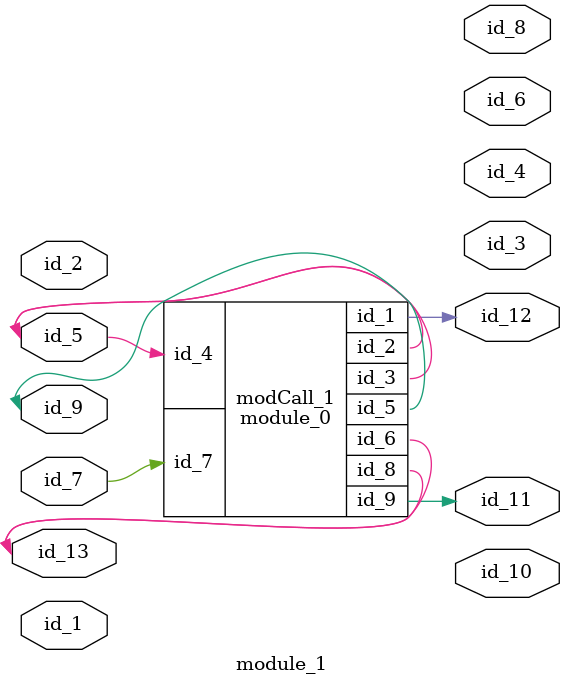
<source format=v>
module module_0 (
    id_1,
    id_2,
    id_3,
    id_4,
    id_5,
    id_6,
    id_7,
    id_8,
    id_9
);
  output wire id_9;
  output wire id_8;
  input wire id_7;
  output wire id_6;
  inout wire id_5;
  input wire id_4;
  inout wire id_3;
  inout wire id_2;
  output wire id_1;
  wire id_10;
  wand id_11 = -1;
endmodule
module module_1 (
    id_1,
    id_2,
    id_3,
    id_4,
    id_5,
    id_6,
    id_7,
    id_8,
    id_9,
    id_10,
    id_11,
    id_12,
    id_13
);
  inout wire id_13;
  output wire id_12;
  output wire id_11;
  output wire id_10;
  inout wire id_9;
  output wire id_8;
  inout wire id_7;
  output wire id_6;
  inout wire id_5;
  output wire id_4;
  output wire id_3;
  input wire id_2;
  inout wire id_1;
  module_0 modCall_1 (
      id_12,
      id_5,
      id_5,
      id_5,
      id_9,
      id_13,
      id_7,
      id_13,
      id_11
  );
endmodule

</source>
